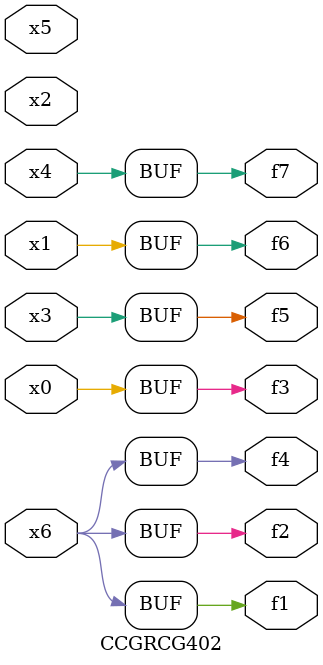
<source format=v>
module CCGRCG402(
	input x0, x1, x2, x3, x4, x5, x6,
	output f1, f2, f3, f4, f5, f6, f7
);
	assign f1 = x6;
	assign f2 = x6;
	assign f3 = x0;
	assign f4 = x6;
	assign f5 = x3;
	assign f6 = x1;
	assign f7 = x4;
endmodule

</source>
